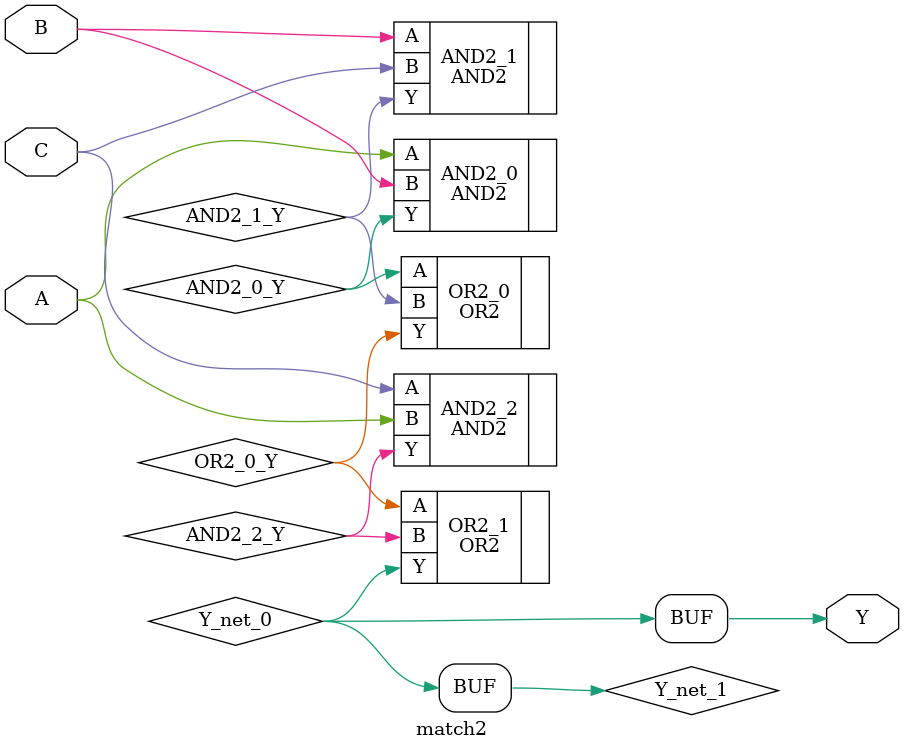
<source format=v>

`timescale 1ns / 100ps

module match2(
    // Inputs
    A,
    B,
    C,
    // Outputs
    Y
);

//--------------------------------------------------------------------
// Input
//--------------------------------------------------------------------
input  A;
input  B;
input  C;
//--------------------------------------------------------------------
// Output
//--------------------------------------------------------------------
output Y;
//--------------------------------------------------------------------
// Nets
//--------------------------------------------------------------------
wire   A;
wire   AND2_0_Y;
wire   AND2_1_Y;
wire   AND2_2_Y;
wire   B;
wire   C;
wire   OR2_0_Y;
wire   Y_net_0;
wire   Y_net_1;
//--------------------------------------------------------------------
// Top level output port assignments
//--------------------------------------------------------------------
assign Y_net_1 = Y_net_0;
assign Y       = Y_net_1;
//--------------------------------------------------------------------
// Component instances
//--------------------------------------------------------------------
//--------AND2
AND2 AND2_0(
        // Inputs
        .A ( A ),
        .B ( B ),
        // Outputs
        .Y ( AND2_0_Y ) 
        );

//--------AND2
AND2 AND2_1(
        // Inputs
        .A ( B ),
        .B ( C ),
        // Outputs
        .Y ( AND2_1_Y ) 
        );

//--------AND2
AND2 AND2_2(
        // Inputs
        .A ( C ),
        .B ( A ),
        // Outputs
        .Y ( AND2_2_Y ) 
        );

//--------OR2
OR2 OR2_0(
        // Inputs
        .A ( AND2_0_Y ),
        .B ( AND2_1_Y ),
        // Outputs
        .Y ( OR2_0_Y ) 
        );

//--------OR2
OR2 OR2_1(
        // Inputs
        .A ( OR2_0_Y ),
        .B ( AND2_2_Y ),
        // Outputs
        .Y ( Y_net_0 ) 
        );


endmodule

</source>
